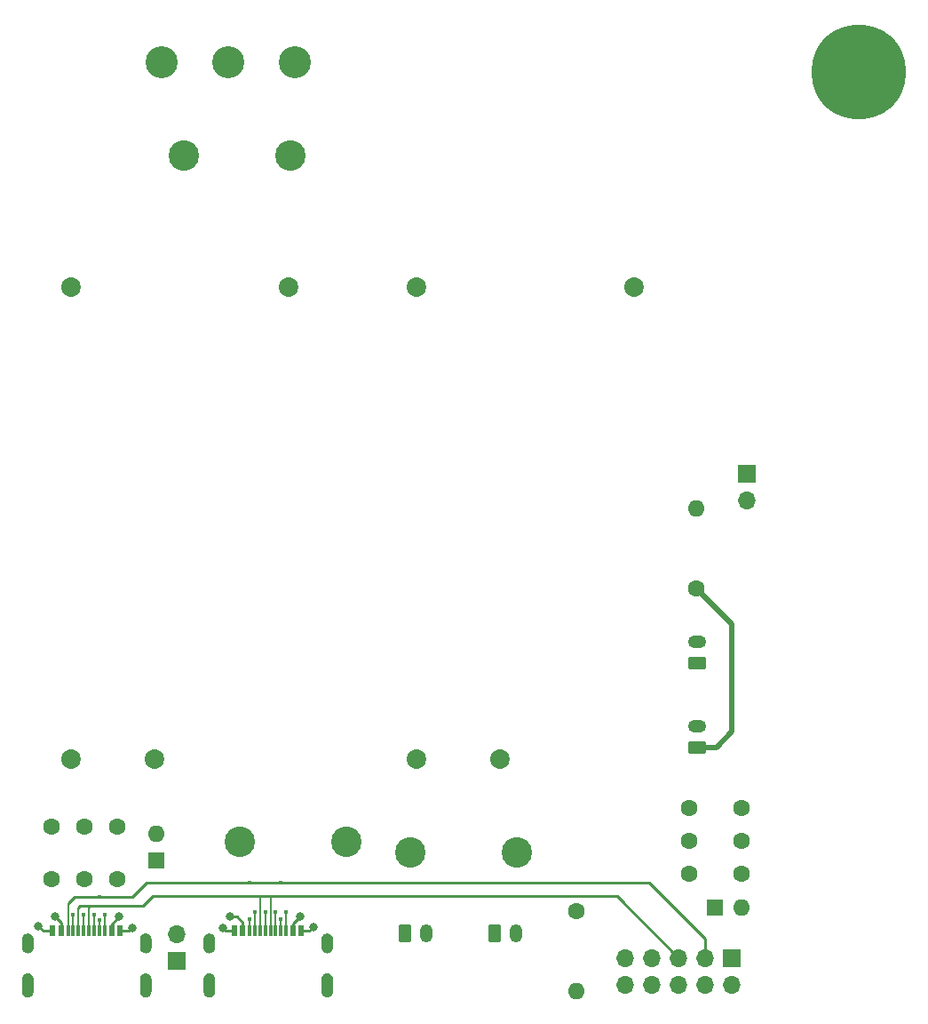
<source format=gbr>
%TF.GenerationSoftware,KiCad,Pcbnew,(6.0.4-0)*%
%TF.CreationDate,2023-02-13T16:26:13-08:00*%
%TF.ProjectId,v2a-power-board-4,7632612d-706f-4776-9572-2d626f617264,rev?*%
%TF.SameCoordinates,Original*%
%TF.FileFunction,Copper,L1,Top*%
%TF.FilePolarity,Positive*%
%FSLAX46Y46*%
G04 Gerber Fmt 4.6, Leading zero omitted, Abs format (unit mm)*
G04 Created by KiCad (PCBNEW (6.0.4-0)) date 2023-02-13 16:26:13*
%MOMM*%
%LPD*%
G01*
G04 APERTURE LIST*
G04 Aperture macros list*
%AMRoundRect*
0 Rectangle with rounded corners*
0 $1 Rounding radius*
0 $2 $3 $4 $5 $6 $7 $8 $9 X,Y pos of 4 corners*
0 Add a 4 corners polygon primitive as box body*
4,1,4,$2,$3,$4,$5,$6,$7,$8,$9,$2,$3,0*
0 Add four circle primitives for the rounded corners*
1,1,$1+$1,$2,$3*
1,1,$1+$1,$4,$5*
1,1,$1+$1,$6,$7*
1,1,$1+$1,$8,$9*
0 Add four rect primitives between the rounded corners*
20,1,$1+$1,$2,$3,$4,$5,0*
20,1,$1+$1,$4,$5,$6,$7,0*
20,1,$1+$1,$6,$7,$8,$9,0*
20,1,$1+$1,$8,$9,$2,$3,0*%
G04 Aperture macros list end*
%TA.AperFunction,EtchedComponent*%
%ADD10C,0.010000*%
%TD*%
%TA.AperFunction,ComponentPad*%
%ADD11RoundRect,0.250000X-0.350000X-0.625000X0.350000X-0.625000X0.350000X0.625000X-0.350000X0.625000X0*%
%TD*%
%TA.AperFunction,ComponentPad*%
%ADD12O,1.200000X1.750000*%
%TD*%
%TA.AperFunction,SMDPad,CuDef*%
%ADD13R,0.600000X1.100000*%
%TD*%
%TA.AperFunction,SMDPad,CuDef*%
%ADD14R,0.300000X1.100000*%
%TD*%
%TA.AperFunction,ComponentPad*%
%ADD15O,1.000000X2.000000*%
%TD*%
%TA.AperFunction,ComponentPad*%
%ADD16O,0.900000X1.800000*%
%TD*%
%TA.AperFunction,ComponentPad*%
%ADD17R,1.700000X1.700000*%
%TD*%
%TA.AperFunction,ComponentPad*%
%ADD18O,1.700000X1.700000*%
%TD*%
%TA.AperFunction,ComponentPad*%
%ADD19R,1.600000X1.600000*%
%TD*%
%TA.AperFunction,ComponentPad*%
%ADD20O,1.600000X1.600000*%
%TD*%
%TA.AperFunction,ComponentPad*%
%ADD21C,2.900000*%
%TD*%
%TA.AperFunction,ComponentPad*%
%ADD22C,1.860000*%
%TD*%
%TA.AperFunction,ComponentPad*%
%ADD23C,3.048000*%
%TD*%
%TA.AperFunction,ComponentPad*%
%ADD24RoundRect,0.250000X0.625000X-0.350000X0.625000X0.350000X-0.625000X0.350000X-0.625000X-0.350000X0*%
%TD*%
%TA.AperFunction,ComponentPad*%
%ADD25O,1.750000X1.200000*%
%TD*%
%TA.AperFunction,ComponentPad*%
%ADD26C,9.000000*%
%TD*%
%TA.AperFunction,ComponentPad*%
%ADD27C,1.600000*%
%TD*%
%TA.AperFunction,ViaPad*%
%ADD28C,0.800000*%
%TD*%
%TA.AperFunction,ViaPad*%
%ADD29C,0.400000*%
%TD*%
%TA.AperFunction,Conductor*%
%ADD30C,0.500000*%
%TD*%
%TA.AperFunction,Conductor*%
%ADD31C,0.250000*%
%TD*%
%TA.AperFunction,Conductor*%
%ADD32C,0.150000*%
%TD*%
%TA.AperFunction,Conductor*%
%ADD33C,0.200000*%
%TD*%
G04 APERTURE END LIST*
%TO.C,J1*%
G36*
X88397000Y-127695500D02*
G01*
X88449000Y-127703500D01*
X88500000Y-127716500D01*
X88548000Y-127735500D01*
X88595000Y-127759500D01*
X88639000Y-127787500D01*
X88680000Y-127820500D01*
X88717000Y-127857500D01*
X88750000Y-127898500D01*
X88778000Y-127942500D01*
X88802000Y-127989500D01*
X88821000Y-128037500D01*
X88834000Y-128088500D01*
X88842000Y-128140500D01*
X88845000Y-128192500D01*
X88845000Y-129392500D01*
X88842000Y-129444500D01*
X88834000Y-129496500D01*
X88821000Y-129547500D01*
X88802000Y-129595500D01*
X88778000Y-129642500D01*
X88750000Y-129686500D01*
X88717000Y-129727500D01*
X88680000Y-129764500D01*
X88639000Y-129797500D01*
X88595000Y-129825500D01*
X88548000Y-129849500D01*
X88500000Y-129868500D01*
X88449000Y-129881500D01*
X88397000Y-129889500D01*
X88345000Y-129892500D01*
X88293000Y-129889500D01*
X88241000Y-129881500D01*
X88190000Y-129868500D01*
X88142000Y-129849500D01*
X88095000Y-129825500D01*
X88051000Y-129797500D01*
X88010000Y-129764500D01*
X87973000Y-129727500D01*
X87940000Y-129686500D01*
X87912000Y-129642500D01*
X87888000Y-129595500D01*
X87869000Y-129547500D01*
X87856000Y-129496500D01*
X87848000Y-129444500D01*
X87845000Y-129392500D01*
X87845000Y-128192500D01*
X87848000Y-128140500D01*
X87856000Y-128088500D01*
X87869000Y-128037500D01*
X87888000Y-127989500D01*
X87912000Y-127942500D01*
X87940000Y-127898500D01*
X87973000Y-127857500D01*
X88010000Y-127820500D01*
X88051000Y-127787500D01*
X88095000Y-127759500D01*
X88142000Y-127735500D01*
X88190000Y-127716500D01*
X88241000Y-127703500D01*
X88293000Y-127695500D01*
X88345000Y-127692500D01*
X88397000Y-127695500D01*
G37*
D10*
X88397000Y-127695500D02*
X88449000Y-127703500D01*
X88500000Y-127716500D01*
X88548000Y-127735500D01*
X88595000Y-127759500D01*
X88639000Y-127787500D01*
X88680000Y-127820500D01*
X88717000Y-127857500D01*
X88750000Y-127898500D01*
X88778000Y-127942500D01*
X88802000Y-127989500D01*
X88821000Y-128037500D01*
X88834000Y-128088500D01*
X88842000Y-128140500D01*
X88845000Y-128192500D01*
X88845000Y-129392500D01*
X88842000Y-129444500D01*
X88834000Y-129496500D01*
X88821000Y-129547500D01*
X88802000Y-129595500D01*
X88778000Y-129642500D01*
X88750000Y-129686500D01*
X88717000Y-129727500D01*
X88680000Y-129764500D01*
X88639000Y-129797500D01*
X88595000Y-129825500D01*
X88548000Y-129849500D01*
X88500000Y-129868500D01*
X88449000Y-129881500D01*
X88397000Y-129889500D01*
X88345000Y-129892500D01*
X88293000Y-129889500D01*
X88241000Y-129881500D01*
X88190000Y-129868500D01*
X88142000Y-129849500D01*
X88095000Y-129825500D01*
X88051000Y-129797500D01*
X88010000Y-129764500D01*
X87973000Y-129727500D01*
X87940000Y-129686500D01*
X87912000Y-129642500D01*
X87888000Y-129595500D01*
X87869000Y-129547500D01*
X87856000Y-129496500D01*
X87848000Y-129444500D01*
X87845000Y-129392500D01*
X87845000Y-128192500D01*
X87848000Y-128140500D01*
X87856000Y-128088500D01*
X87869000Y-128037500D01*
X87888000Y-127989500D01*
X87912000Y-127942500D01*
X87940000Y-127898500D01*
X87973000Y-127857500D01*
X88010000Y-127820500D01*
X88051000Y-127787500D01*
X88095000Y-127759500D01*
X88142000Y-127735500D01*
X88190000Y-127716500D01*
X88241000Y-127703500D01*
X88293000Y-127695500D01*
X88345000Y-127692500D01*
X88397000Y-127695500D01*
G36*
X77157000Y-123895500D02*
G01*
X77209000Y-123903500D01*
X77260000Y-123916500D01*
X77308000Y-123935500D01*
X77355000Y-123959500D01*
X77399000Y-123987500D01*
X77440000Y-124020500D01*
X77477000Y-124057500D01*
X77510000Y-124098500D01*
X77538000Y-124142500D01*
X77562000Y-124189500D01*
X77581000Y-124237500D01*
X77594000Y-124288500D01*
X77602000Y-124340500D01*
X77605000Y-124392500D01*
X77605000Y-125192500D01*
X77602000Y-125244500D01*
X77594000Y-125296500D01*
X77581000Y-125347500D01*
X77562000Y-125395500D01*
X77538000Y-125442500D01*
X77510000Y-125486500D01*
X77477000Y-125527500D01*
X77440000Y-125564500D01*
X77399000Y-125597500D01*
X77355000Y-125625500D01*
X77308000Y-125649500D01*
X77260000Y-125668500D01*
X77209000Y-125681500D01*
X77157000Y-125689500D01*
X77105000Y-125692500D01*
X77053000Y-125689500D01*
X77001000Y-125681500D01*
X76950000Y-125668500D01*
X76902000Y-125649500D01*
X76855000Y-125625500D01*
X76811000Y-125597500D01*
X76770000Y-125564500D01*
X76733000Y-125527500D01*
X76700000Y-125486500D01*
X76672000Y-125442500D01*
X76648000Y-125395500D01*
X76629000Y-125347500D01*
X76616000Y-125296500D01*
X76608000Y-125244500D01*
X76605000Y-125192500D01*
X76605000Y-124392500D01*
X76608000Y-124340500D01*
X76616000Y-124288500D01*
X76629000Y-124237500D01*
X76648000Y-124189500D01*
X76672000Y-124142500D01*
X76700000Y-124098500D01*
X76733000Y-124057500D01*
X76770000Y-124020500D01*
X76811000Y-123987500D01*
X76855000Y-123959500D01*
X76902000Y-123935500D01*
X76950000Y-123916500D01*
X77001000Y-123903500D01*
X77053000Y-123895500D01*
X77105000Y-123892500D01*
X77157000Y-123895500D01*
G37*
X77157000Y-123895500D02*
X77209000Y-123903500D01*
X77260000Y-123916500D01*
X77308000Y-123935500D01*
X77355000Y-123959500D01*
X77399000Y-123987500D01*
X77440000Y-124020500D01*
X77477000Y-124057500D01*
X77510000Y-124098500D01*
X77538000Y-124142500D01*
X77562000Y-124189500D01*
X77581000Y-124237500D01*
X77594000Y-124288500D01*
X77602000Y-124340500D01*
X77605000Y-124392500D01*
X77605000Y-125192500D01*
X77602000Y-125244500D01*
X77594000Y-125296500D01*
X77581000Y-125347500D01*
X77562000Y-125395500D01*
X77538000Y-125442500D01*
X77510000Y-125486500D01*
X77477000Y-125527500D01*
X77440000Y-125564500D01*
X77399000Y-125597500D01*
X77355000Y-125625500D01*
X77308000Y-125649500D01*
X77260000Y-125668500D01*
X77209000Y-125681500D01*
X77157000Y-125689500D01*
X77105000Y-125692500D01*
X77053000Y-125689500D01*
X77001000Y-125681500D01*
X76950000Y-125668500D01*
X76902000Y-125649500D01*
X76855000Y-125625500D01*
X76811000Y-125597500D01*
X76770000Y-125564500D01*
X76733000Y-125527500D01*
X76700000Y-125486500D01*
X76672000Y-125442500D01*
X76648000Y-125395500D01*
X76629000Y-125347500D01*
X76616000Y-125296500D01*
X76608000Y-125244500D01*
X76605000Y-125192500D01*
X76605000Y-124392500D01*
X76608000Y-124340500D01*
X76616000Y-124288500D01*
X76629000Y-124237500D01*
X76648000Y-124189500D01*
X76672000Y-124142500D01*
X76700000Y-124098500D01*
X76733000Y-124057500D01*
X76770000Y-124020500D01*
X76811000Y-123987500D01*
X76855000Y-123959500D01*
X76902000Y-123935500D01*
X76950000Y-123916500D01*
X77001000Y-123903500D01*
X77053000Y-123895500D01*
X77105000Y-123892500D01*
X77157000Y-123895500D01*
G36*
X77157000Y-127695500D02*
G01*
X77209000Y-127703500D01*
X77260000Y-127716500D01*
X77308000Y-127735500D01*
X77355000Y-127759500D01*
X77399000Y-127787500D01*
X77440000Y-127820500D01*
X77477000Y-127857500D01*
X77510000Y-127898500D01*
X77538000Y-127942500D01*
X77562000Y-127989500D01*
X77581000Y-128037500D01*
X77594000Y-128088500D01*
X77602000Y-128140500D01*
X77605000Y-128192500D01*
X77605000Y-129392500D01*
X77602000Y-129444500D01*
X77594000Y-129496500D01*
X77581000Y-129547500D01*
X77562000Y-129595500D01*
X77538000Y-129642500D01*
X77510000Y-129686500D01*
X77477000Y-129727500D01*
X77440000Y-129764500D01*
X77399000Y-129797500D01*
X77355000Y-129825500D01*
X77308000Y-129849500D01*
X77260000Y-129868500D01*
X77209000Y-129881500D01*
X77157000Y-129889500D01*
X77105000Y-129892500D01*
X77053000Y-129889500D01*
X77001000Y-129881500D01*
X76950000Y-129868500D01*
X76902000Y-129849500D01*
X76855000Y-129825500D01*
X76811000Y-129797500D01*
X76770000Y-129764500D01*
X76733000Y-129727500D01*
X76700000Y-129686500D01*
X76672000Y-129642500D01*
X76648000Y-129595500D01*
X76629000Y-129547500D01*
X76616000Y-129496500D01*
X76608000Y-129444500D01*
X76605000Y-129392500D01*
X76605000Y-128192500D01*
X76608000Y-128140500D01*
X76616000Y-128088500D01*
X76629000Y-128037500D01*
X76648000Y-127989500D01*
X76672000Y-127942500D01*
X76700000Y-127898500D01*
X76733000Y-127857500D01*
X76770000Y-127820500D01*
X76811000Y-127787500D01*
X76855000Y-127759500D01*
X76902000Y-127735500D01*
X76950000Y-127716500D01*
X77001000Y-127703500D01*
X77053000Y-127695500D01*
X77105000Y-127692500D01*
X77157000Y-127695500D01*
G37*
X77157000Y-127695500D02*
X77209000Y-127703500D01*
X77260000Y-127716500D01*
X77308000Y-127735500D01*
X77355000Y-127759500D01*
X77399000Y-127787500D01*
X77440000Y-127820500D01*
X77477000Y-127857500D01*
X77510000Y-127898500D01*
X77538000Y-127942500D01*
X77562000Y-127989500D01*
X77581000Y-128037500D01*
X77594000Y-128088500D01*
X77602000Y-128140500D01*
X77605000Y-128192500D01*
X77605000Y-129392500D01*
X77602000Y-129444500D01*
X77594000Y-129496500D01*
X77581000Y-129547500D01*
X77562000Y-129595500D01*
X77538000Y-129642500D01*
X77510000Y-129686500D01*
X77477000Y-129727500D01*
X77440000Y-129764500D01*
X77399000Y-129797500D01*
X77355000Y-129825500D01*
X77308000Y-129849500D01*
X77260000Y-129868500D01*
X77209000Y-129881500D01*
X77157000Y-129889500D01*
X77105000Y-129892500D01*
X77053000Y-129889500D01*
X77001000Y-129881500D01*
X76950000Y-129868500D01*
X76902000Y-129849500D01*
X76855000Y-129825500D01*
X76811000Y-129797500D01*
X76770000Y-129764500D01*
X76733000Y-129727500D01*
X76700000Y-129686500D01*
X76672000Y-129642500D01*
X76648000Y-129595500D01*
X76629000Y-129547500D01*
X76616000Y-129496500D01*
X76608000Y-129444500D01*
X76605000Y-129392500D01*
X76605000Y-128192500D01*
X76608000Y-128140500D01*
X76616000Y-128088500D01*
X76629000Y-128037500D01*
X76648000Y-127989500D01*
X76672000Y-127942500D01*
X76700000Y-127898500D01*
X76733000Y-127857500D01*
X76770000Y-127820500D01*
X76811000Y-127787500D01*
X76855000Y-127759500D01*
X76902000Y-127735500D01*
X76950000Y-127716500D01*
X77001000Y-127703500D01*
X77053000Y-127695500D01*
X77105000Y-127692500D01*
X77157000Y-127695500D01*
G36*
X88397000Y-123895500D02*
G01*
X88449000Y-123903500D01*
X88500000Y-123916500D01*
X88548000Y-123935500D01*
X88595000Y-123959500D01*
X88639000Y-123987500D01*
X88680000Y-124020500D01*
X88717000Y-124057500D01*
X88750000Y-124098500D01*
X88778000Y-124142500D01*
X88802000Y-124189500D01*
X88821000Y-124237500D01*
X88834000Y-124288500D01*
X88842000Y-124340500D01*
X88845000Y-124392500D01*
X88845000Y-125192500D01*
X88842000Y-125244500D01*
X88834000Y-125296500D01*
X88821000Y-125347500D01*
X88802000Y-125395500D01*
X88778000Y-125442500D01*
X88750000Y-125486500D01*
X88717000Y-125527500D01*
X88680000Y-125564500D01*
X88639000Y-125597500D01*
X88595000Y-125625500D01*
X88548000Y-125649500D01*
X88500000Y-125668500D01*
X88449000Y-125681500D01*
X88397000Y-125689500D01*
X88345000Y-125692500D01*
X88293000Y-125689500D01*
X88241000Y-125681500D01*
X88190000Y-125668500D01*
X88142000Y-125649500D01*
X88095000Y-125625500D01*
X88051000Y-125597500D01*
X88010000Y-125564500D01*
X87973000Y-125527500D01*
X87940000Y-125486500D01*
X87912000Y-125442500D01*
X87888000Y-125395500D01*
X87869000Y-125347500D01*
X87856000Y-125296500D01*
X87848000Y-125244500D01*
X87845000Y-125192500D01*
X87845000Y-124392500D01*
X87848000Y-124340500D01*
X87856000Y-124288500D01*
X87869000Y-124237500D01*
X87888000Y-124189500D01*
X87912000Y-124142500D01*
X87940000Y-124098500D01*
X87973000Y-124057500D01*
X88010000Y-124020500D01*
X88051000Y-123987500D01*
X88095000Y-123959500D01*
X88142000Y-123935500D01*
X88190000Y-123916500D01*
X88241000Y-123903500D01*
X88293000Y-123895500D01*
X88345000Y-123892500D01*
X88397000Y-123895500D01*
G37*
X88397000Y-123895500D02*
X88449000Y-123903500D01*
X88500000Y-123916500D01*
X88548000Y-123935500D01*
X88595000Y-123959500D01*
X88639000Y-123987500D01*
X88680000Y-124020500D01*
X88717000Y-124057500D01*
X88750000Y-124098500D01*
X88778000Y-124142500D01*
X88802000Y-124189500D01*
X88821000Y-124237500D01*
X88834000Y-124288500D01*
X88842000Y-124340500D01*
X88845000Y-124392500D01*
X88845000Y-125192500D01*
X88842000Y-125244500D01*
X88834000Y-125296500D01*
X88821000Y-125347500D01*
X88802000Y-125395500D01*
X88778000Y-125442500D01*
X88750000Y-125486500D01*
X88717000Y-125527500D01*
X88680000Y-125564500D01*
X88639000Y-125597500D01*
X88595000Y-125625500D01*
X88548000Y-125649500D01*
X88500000Y-125668500D01*
X88449000Y-125681500D01*
X88397000Y-125689500D01*
X88345000Y-125692500D01*
X88293000Y-125689500D01*
X88241000Y-125681500D01*
X88190000Y-125668500D01*
X88142000Y-125649500D01*
X88095000Y-125625500D01*
X88051000Y-125597500D01*
X88010000Y-125564500D01*
X87973000Y-125527500D01*
X87940000Y-125486500D01*
X87912000Y-125442500D01*
X87888000Y-125395500D01*
X87869000Y-125347500D01*
X87856000Y-125296500D01*
X87848000Y-125244500D01*
X87845000Y-125192500D01*
X87845000Y-124392500D01*
X87848000Y-124340500D01*
X87856000Y-124288500D01*
X87869000Y-124237500D01*
X87888000Y-124189500D01*
X87912000Y-124142500D01*
X87940000Y-124098500D01*
X87973000Y-124057500D01*
X88010000Y-124020500D01*
X88051000Y-123987500D01*
X88095000Y-123959500D01*
X88142000Y-123935500D01*
X88190000Y-123916500D01*
X88241000Y-123903500D01*
X88293000Y-123895500D01*
X88345000Y-123892500D01*
X88397000Y-123895500D01*
%TO.C,J2*%
G36*
X105697000Y-123895500D02*
G01*
X105749000Y-123903500D01*
X105800000Y-123916500D01*
X105848000Y-123935500D01*
X105895000Y-123959500D01*
X105939000Y-123987500D01*
X105980000Y-124020500D01*
X106017000Y-124057500D01*
X106050000Y-124098500D01*
X106078000Y-124142500D01*
X106102000Y-124189500D01*
X106121000Y-124237500D01*
X106134000Y-124288500D01*
X106142000Y-124340500D01*
X106145000Y-124392500D01*
X106145000Y-125192500D01*
X106142000Y-125244500D01*
X106134000Y-125296500D01*
X106121000Y-125347500D01*
X106102000Y-125395500D01*
X106078000Y-125442500D01*
X106050000Y-125486500D01*
X106017000Y-125527500D01*
X105980000Y-125564500D01*
X105939000Y-125597500D01*
X105895000Y-125625500D01*
X105848000Y-125649500D01*
X105800000Y-125668500D01*
X105749000Y-125681500D01*
X105697000Y-125689500D01*
X105645000Y-125692500D01*
X105593000Y-125689500D01*
X105541000Y-125681500D01*
X105490000Y-125668500D01*
X105442000Y-125649500D01*
X105395000Y-125625500D01*
X105351000Y-125597500D01*
X105310000Y-125564500D01*
X105273000Y-125527500D01*
X105240000Y-125486500D01*
X105212000Y-125442500D01*
X105188000Y-125395500D01*
X105169000Y-125347500D01*
X105156000Y-125296500D01*
X105148000Y-125244500D01*
X105145000Y-125192500D01*
X105145000Y-124392500D01*
X105148000Y-124340500D01*
X105156000Y-124288500D01*
X105169000Y-124237500D01*
X105188000Y-124189500D01*
X105212000Y-124142500D01*
X105240000Y-124098500D01*
X105273000Y-124057500D01*
X105310000Y-124020500D01*
X105351000Y-123987500D01*
X105395000Y-123959500D01*
X105442000Y-123935500D01*
X105490000Y-123916500D01*
X105541000Y-123903500D01*
X105593000Y-123895500D01*
X105645000Y-123892500D01*
X105697000Y-123895500D01*
G37*
X105697000Y-123895500D02*
X105749000Y-123903500D01*
X105800000Y-123916500D01*
X105848000Y-123935500D01*
X105895000Y-123959500D01*
X105939000Y-123987500D01*
X105980000Y-124020500D01*
X106017000Y-124057500D01*
X106050000Y-124098500D01*
X106078000Y-124142500D01*
X106102000Y-124189500D01*
X106121000Y-124237500D01*
X106134000Y-124288500D01*
X106142000Y-124340500D01*
X106145000Y-124392500D01*
X106145000Y-125192500D01*
X106142000Y-125244500D01*
X106134000Y-125296500D01*
X106121000Y-125347500D01*
X106102000Y-125395500D01*
X106078000Y-125442500D01*
X106050000Y-125486500D01*
X106017000Y-125527500D01*
X105980000Y-125564500D01*
X105939000Y-125597500D01*
X105895000Y-125625500D01*
X105848000Y-125649500D01*
X105800000Y-125668500D01*
X105749000Y-125681500D01*
X105697000Y-125689500D01*
X105645000Y-125692500D01*
X105593000Y-125689500D01*
X105541000Y-125681500D01*
X105490000Y-125668500D01*
X105442000Y-125649500D01*
X105395000Y-125625500D01*
X105351000Y-125597500D01*
X105310000Y-125564500D01*
X105273000Y-125527500D01*
X105240000Y-125486500D01*
X105212000Y-125442500D01*
X105188000Y-125395500D01*
X105169000Y-125347500D01*
X105156000Y-125296500D01*
X105148000Y-125244500D01*
X105145000Y-125192500D01*
X105145000Y-124392500D01*
X105148000Y-124340500D01*
X105156000Y-124288500D01*
X105169000Y-124237500D01*
X105188000Y-124189500D01*
X105212000Y-124142500D01*
X105240000Y-124098500D01*
X105273000Y-124057500D01*
X105310000Y-124020500D01*
X105351000Y-123987500D01*
X105395000Y-123959500D01*
X105442000Y-123935500D01*
X105490000Y-123916500D01*
X105541000Y-123903500D01*
X105593000Y-123895500D01*
X105645000Y-123892500D01*
X105697000Y-123895500D01*
G36*
X94457000Y-123895500D02*
G01*
X94509000Y-123903500D01*
X94560000Y-123916500D01*
X94608000Y-123935500D01*
X94655000Y-123959500D01*
X94699000Y-123987500D01*
X94740000Y-124020500D01*
X94777000Y-124057500D01*
X94810000Y-124098500D01*
X94838000Y-124142500D01*
X94862000Y-124189500D01*
X94881000Y-124237500D01*
X94894000Y-124288500D01*
X94902000Y-124340500D01*
X94905000Y-124392500D01*
X94905000Y-125192500D01*
X94902000Y-125244500D01*
X94894000Y-125296500D01*
X94881000Y-125347500D01*
X94862000Y-125395500D01*
X94838000Y-125442500D01*
X94810000Y-125486500D01*
X94777000Y-125527500D01*
X94740000Y-125564500D01*
X94699000Y-125597500D01*
X94655000Y-125625500D01*
X94608000Y-125649500D01*
X94560000Y-125668500D01*
X94509000Y-125681500D01*
X94457000Y-125689500D01*
X94405000Y-125692500D01*
X94353000Y-125689500D01*
X94301000Y-125681500D01*
X94250000Y-125668500D01*
X94202000Y-125649500D01*
X94155000Y-125625500D01*
X94111000Y-125597500D01*
X94070000Y-125564500D01*
X94033000Y-125527500D01*
X94000000Y-125486500D01*
X93972000Y-125442500D01*
X93948000Y-125395500D01*
X93929000Y-125347500D01*
X93916000Y-125296500D01*
X93908000Y-125244500D01*
X93905000Y-125192500D01*
X93905000Y-124392500D01*
X93908000Y-124340500D01*
X93916000Y-124288500D01*
X93929000Y-124237500D01*
X93948000Y-124189500D01*
X93972000Y-124142500D01*
X94000000Y-124098500D01*
X94033000Y-124057500D01*
X94070000Y-124020500D01*
X94111000Y-123987500D01*
X94155000Y-123959500D01*
X94202000Y-123935500D01*
X94250000Y-123916500D01*
X94301000Y-123903500D01*
X94353000Y-123895500D01*
X94405000Y-123892500D01*
X94457000Y-123895500D01*
G37*
X94457000Y-123895500D02*
X94509000Y-123903500D01*
X94560000Y-123916500D01*
X94608000Y-123935500D01*
X94655000Y-123959500D01*
X94699000Y-123987500D01*
X94740000Y-124020500D01*
X94777000Y-124057500D01*
X94810000Y-124098500D01*
X94838000Y-124142500D01*
X94862000Y-124189500D01*
X94881000Y-124237500D01*
X94894000Y-124288500D01*
X94902000Y-124340500D01*
X94905000Y-124392500D01*
X94905000Y-125192500D01*
X94902000Y-125244500D01*
X94894000Y-125296500D01*
X94881000Y-125347500D01*
X94862000Y-125395500D01*
X94838000Y-125442500D01*
X94810000Y-125486500D01*
X94777000Y-125527500D01*
X94740000Y-125564500D01*
X94699000Y-125597500D01*
X94655000Y-125625500D01*
X94608000Y-125649500D01*
X94560000Y-125668500D01*
X94509000Y-125681500D01*
X94457000Y-125689500D01*
X94405000Y-125692500D01*
X94353000Y-125689500D01*
X94301000Y-125681500D01*
X94250000Y-125668500D01*
X94202000Y-125649500D01*
X94155000Y-125625500D01*
X94111000Y-125597500D01*
X94070000Y-125564500D01*
X94033000Y-125527500D01*
X94000000Y-125486500D01*
X93972000Y-125442500D01*
X93948000Y-125395500D01*
X93929000Y-125347500D01*
X93916000Y-125296500D01*
X93908000Y-125244500D01*
X93905000Y-125192500D01*
X93905000Y-124392500D01*
X93908000Y-124340500D01*
X93916000Y-124288500D01*
X93929000Y-124237500D01*
X93948000Y-124189500D01*
X93972000Y-124142500D01*
X94000000Y-124098500D01*
X94033000Y-124057500D01*
X94070000Y-124020500D01*
X94111000Y-123987500D01*
X94155000Y-123959500D01*
X94202000Y-123935500D01*
X94250000Y-123916500D01*
X94301000Y-123903500D01*
X94353000Y-123895500D01*
X94405000Y-123892500D01*
X94457000Y-123895500D01*
G36*
X105697000Y-127695500D02*
G01*
X105749000Y-127703500D01*
X105800000Y-127716500D01*
X105848000Y-127735500D01*
X105895000Y-127759500D01*
X105939000Y-127787500D01*
X105980000Y-127820500D01*
X106017000Y-127857500D01*
X106050000Y-127898500D01*
X106078000Y-127942500D01*
X106102000Y-127989500D01*
X106121000Y-128037500D01*
X106134000Y-128088500D01*
X106142000Y-128140500D01*
X106145000Y-128192500D01*
X106145000Y-129392500D01*
X106142000Y-129444500D01*
X106134000Y-129496500D01*
X106121000Y-129547500D01*
X106102000Y-129595500D01*
X106078000Y-129642500D01*
X106050000Y-129686500D01*
X106017000Y-129727500D01*
X105980000Y-129764500D01*
X105939000Y-129797500D01*
X105895000Y-129825500D01*
X105848000Y-129849500D01*
X105800000Y-129868500D01*
X105749000Y-129881500D01*
X105697000Y-129889500D01*
X105645000Y-129892500D01*
X105593000Y-129889500D01*
X105541000Y-129881500D01*
X105490000Y-129868500D01*
X105442000Y-129849500D01*
X105395000Y-129825500D01*
X105351000Y-129797500D01*
X105310000Y-129764500D01*
X105273000Y-129727500D01*
X105240000Y-129686500D01*
X105212000Y-129642500D01*
X105188000Y-129595500D01*
X105169000Y-129547500D01*
X105156000Y-129496500D01*
X105148000Y-129444500D01*
X105145000Y-129392500D01*
X105145000Y-128192500D01*
X105148000Y-128140500D01*
X105156000Y-128088500D01*
X105169000Y-128037500D01*
X105188000Y-127989500D01*
X105212000Y-127942500D01*
X105240000Y-127898500D01*
X105273000Y-127857500D01*
X105310000Y-127820500D01*
X105351000Y-127787500D01*
X105395000Y-127759500D01*
X105442000Y-127735500D01*
X105490000Y-127716500D01*
X105541000Y-127703500D01*
X105593000Y-127695500D01*
X105645000Y-127692500D01*
X105697000Y-127695500D01*
G37*
X105697000Y-127695500D02*
X105749000Y-127703500D01*
X105800000Y-127716500D01*
X105848000Y-127735500D01*
X105895000Y-127759500D01*
X105939000Y-127787500D01*
X105980000Y-127820500D01*
X106017000Y-127857500D01*
X106050000Y-127898500D01*
X106078000Y-127942500D01*
X106102000Y-127989500D01*
X106121000Y-128037500D01*
X106134000Y-128088500D01*
X106142000Y-128140500D01*
X106145000Y-128192500D01*
X106145000Y-129392500D01*
X106142000Y-129444500D01*
X106134000Y-129496500D01*
X106121000Y-129547500D01*
X106102000Y-129595500D01*
X106078000Y-129642500D01*
X106050000Y-129686500D01*
X106017000Y-129727500D01*
X105980000Y-129764500D01*
X105939000Y-129797500D01*
X105895000Y-129825500D01*
X105848000Y-129849500D01*
X105800000Y-129868500D01*
X105749000Y-129881500D01*
X105697000Y-129889500D01*
X105645000Y-129892500D01*
X105593000Y-129889500D01*
X105541000Y-129881500D01*
X105490000Y-129868500D01*
X105442000Y-129849500D01*
X105395000Y-129825500D01*
X105351000Y-129797500D01*
X105310000Y-129764500D01*
X105273000Y-129727500D01*
X105240000Y-129686500D01*
X105212000Y-129642500D01*
X105188000Y-129595500D01*
X105169000Y-129547500D01*
X105156000Y-129496500D01*
X105148000Y-129444500D01*
X105145000Y-129392500D01*
X105145000Y-128192500D01*
X105148000Y-128140500D01*
X105156000Y-128088500D01*
X105169000Y-128037500D01*
X105188000Y-127989500D01*
X105212000Y-127942500D01*
X105240000Y-127898500D01*
X105273000Y-127857500D01*
X105310000Y-127820500D01*
X105351000Y-127787500D01*
X105395000Y-127759500D01*
X105442000Y-127735500D01*
X105490000Y-127716500D01*
X105541000Y-127703500D01*
X105593000Y-127695500D01*
X105645000Y-127692500D01*
X105697000Y-127695500D01*
G36*
X94457000Y-127695500D02*
G01*
X94509000Y-127703500D01*
X94560000Y-127716500D01*
X94608000Y-127735500D01*
X94655000Y-127759500D01*
X94699000Y-127787500D01*
X94740000Y-127820500D01*
X94777000Y-127857500D01*
X94810000Y-127898500D01*
X94838000Y-127942500D01*
X94862000Y-127989500D01*
X94881000Y-128037500D01*
X94894000Y-128088500D01*
X94902000Y-128140500D01*
X94905000Y-128192500D01*
X94905000Y-129392500D01*
X94902000Y-129444500D01*
X94894000Y-129496500D01*
X94881000Y-129547500D01*
X94862000Y-129595500D01*
X94838000Y-129642500D01*
X94810000Y-129686500D01*
X94777000Y-129727500D01*
X94740000Y-129764500D01*
X94699000Y-129797500D01*
X94655000Y-129825500D01*
X94608000Y-129849500D01*
X94560000Y-129868500D01*
X94509000Y-129881500D01*
X94457000Y-129889500D01*
X94405000Y-129892500D01*
X94353000Y-129889500D01*
X94301000Y-129881500D01*
X94250000Y-129868500D01*
X94202000Y-129849500D01*
X94155000Y-129825500D01*
X94111000Y-129797500D01*
X94070000Y-129764500D01*
X94033000Y-129727500D01*
X94000000Y-129686500D01*
X93972000Y-129642500D01*
X93948000Y-129595500D01*
X93929000Y-129547500D01*
X93916000Y-129496500D01*
X93908000Y-129444500D01*
X93905000Y-129392500D01*
X93905000Y-128192500D01*
X93908000Y-128140500D01*
X93916000Y-128088500D01*
X93929000Y-128037500D01*
X93948000Y-127989500D01*
X93972000Y-127942500D01*
X94000000Y-127898500D01*
X94033000Y-127857500D01*
X94070000Y-127820500D01*
X94111000Y-127787500D01*
X94155000Y-127759500D01*
X94202000Y-127735500D01*
X94250000Y-127716500D01*
X94301000Y-127703500D01*
X94353000Y-127695500D01*
X94405000Y-127692500D01*
X94457000Y-127695500D01*
G37*
X94457000Y-127695500D02*
X94509000Y-127703500D01*
X94560000Y-127716500D01*
X94608000Y-127735500D01*
X94655000Y-127759500D01*
X94699000Y-127787500D01*
X94740000Y-127820500D01*
X94777000Y-127857500D01*
X94810000Y-127898500D01*
X94838000Y-127942500D01*
X94862000Y-127989500D01*
X94881000Y-128037500D01*
X94894000Y-128088500D01*
X94902000Y-128140500D01*
X94905000Y-128192500D01*
X94905000Y-129392500D01*
X94902000Y-129444500D01*
X94894000Y-129496500D01*
X94881000Y-129547500D01*
X94862000Y-129595500D01*
X94838000Y-129642500D01*
X94810000Y-129686500D01*
X94777000Y-129727500D01*
X94740000Y-129764500D01*
X94699000Y-129797500D01*
X94655000Y-129825500D01*
X94608000Y-129849500D01*
X94560000Y-129868500D01*
X94509000Y-129881500D01*
X94457000Y-129889500D01*
X94405000Y-129892500D01*
X94353000Y-129889500D01*
X94301000Y-129881500D01*
X94250000Y-129868500D01*
X94202000Y-129849500D01*
X94155000Y-129825500D01*
X94111000Y-129797500D01*
X94070000Y-129764500D01*
X94033000Y-129727500D01*
X94000000Y-129686500D01*
X93972000Y-129642500D01*
X93948000Y-129595500D01*
X93929000Y-129547500D01*
X93916000Y-129496500D01*
X93908000Y-129444500D01*
X93905000Y-129392500D01*
X93905000Y-128192500D01*
X93908000Y-128140500D01*
X93916000Y-128088500D01*
X93929000Y-128037500D01*
X93948000Y-127989500D01*
X93972000Y-127942500D01*
X94000000Y-127898500D01*
X94033000Y-127857500D01*
X94070000Y-127820500D01*
X94111000Y-127787500D01*
X94155000Y-127759500D01*
X94202000Y-127735500D01*
X94250000Y-127716500D01*
X94301000Y-127703500D01*
X94353000Y-127695500D01*
X94405000Y-127692500D01*
X94457000Y-127695500D01*
%TD*%
D11*
%TO.P,D2,1,K*%
%TO.N,Net-(D2-Pad1)*%
X121650000Y-123850000D03*
D12*
%TO.P,D2,2,A*%
%TO.N,Teensy_Power*%
X123650000Y-123850000D03*
%TD*%
D13*
%TO.P,J1,A1_B12,GND*%
%TO.N,RPi_Gnd*%
X79525000Y-123642500D03*
%TO.P,J1,A4_B9,VBUS*%
%TO.N,Teensy_Power*%
X80325000Y-123642500D03*
D14*
%TO.P,J1,A5,CC1*%
%TO.N,RPi_Gnd*%
X81475000Y-123642500D03*
%TO.P,J1,A6,DP1*%
X82475000Y-123642500D03*
%TO.P,J1,A7,DN1*%
%TO.N,/rpi_scl*%
X82975000Y-123642500D03*
%TO.P,J1,A8,SBU1*%
%TO.N,/rpi_sda*%
X83975000Y-123642500D03*
D13*
%TO.P,J1,B1_A12,GND*%
%TO.N,RPi_Gnd*%
X85925000Y-123642500D03*
%TO.P,J1,B4_A9,VBUS*%
%TO.N,Teensy_Power*%
X85125000Y-123642500D03*
D14*
%TO.P,J1,B5,CC2*%
%TO.N,RPi_Gnd*%
X84475000Y-123642500D03*
%TO.P,J1,B6,DP2*%
X83475000Y-123642500D03*
%TO.P,J1,B7,DN2*%
%TO.N,/rpi_scl*%
X81975000Y-123642500D03*
%TO.P,J1,B8,SBU2*%
%TO.N,/rpi_sda*%
X80975000Y-123642500D03*
D15*
%TO.P,J1,S1,SHIELD*%
%TO.N,usb_shield*%
X77105000Y-128792500D03*
%TO.P,J1,S2,SHIELD*%
X88345000Y-128792500D03*
D16*
%TO.P,J1,S3,SHIELD*%
X77105000Y-124792500D03*
%TO.P,J1,S4,SHIELD*%
X88345000Y-124792500D03*
%TD*%
D17*
%TO.P,JP2,1,1*%
%TO.N,usb_shield*%
X91375000Y-126475000D03*
D18*
%TO.P,JP2,2,2*%
%TO.N,RPi_Gnd*%
X91375000Y-123935000D03*
%TD*%
D13*
%TO.P,J2,A1_B12,GND*%
%TO.N,RPi_Gnd*%
X96825000Y-123642500D03*
%TO.P,J2,A4_B9,VBUS*%
%TO.N,Teensy_Power*%
X97625000Y-123642500D03*
D14*
%TO.P,J2,A5,CC1*%
%TO.N,RPi_Gnd*%
X98775000Y-123642500D03*
%TO.P,J2,A6,DP1*%
X99775000Y-123642500D03*
%TO.P,J2,A7,DN1*%
%TO.N,/rpi_scl*%
X100275000Y-123642500D03*
%TO.P,J2,A8,SBU1*%
%TO.N,/rpi_sda*%
X101275000Y-123642500D03*
D13*
%TO.P,J2,B1_A12,GND*%
%TO.N,RPi_Gnd*%
X103225000Y-123642500D03*
%TO.P,J2,B4_A9,VBUS*%
%TO.N,Teensy_Power*%
X102425000Y-123642500D03*
D14*
%TO.P,J2,B5,CC2*%
%TO.N,RPi_Gnd*%
X101775000Y-123642500D03*
%TO.P,J2,B6,DP2*%
X100775000Y-123642500D03*
%TO.P,J2,B7,DN2*%
%TO.N,/rpi_scl*%
X99275000Y-123642500D03*
%TO.P,J2,B8,SBU2*%
%TO.N,/rpi_sda*%
X98275000Y-123642500D03*
D15*
%TO.P,J2,S1,SHIELD*%
%TO.N,usb_shield*%
X94405000Y-128792500D03*
%TO.P,J2,S2,SHIELD*%
X105645000Y-128792500D03*
D16*
%TO.P,J2,S3,SHIELD*%
X94405000Y-124792500D03*
%TO.P,J2,S4,SHIELD*%
X105645000Y-124792500D03*
%TD*%
D17*
%TO.P,JP1,1,1*%
%TO.N,ac_chassis*%
X145675000Y-80125000D03*
D18*
%TO.P,JP1,2,2*%
%TO.N,RPi_Gnd*%
X145675000Y-82665000D03*
%TD*%
D19*
%TO.P,D3,1,K*%
%TO.N,Teensy_Power*%
X89375000Y-116906815D03*
D20*
%TO.P,D3,2,A*%
%TO.N,RPi_Gnd*%
X89375000Y-114366815D03*
%TD*%
D21*
%TO.P,F2,1*%
%TO.N,Net-(F2-Pad1)*%
X113620000Y-116167500D03*
%TO.P,F2,2*%
%TO.N,Net-(F2-Pad2)*%
X123780000Y-116167500D03*
%TD*%
D22*
%TO.P,PS2,1,AC/L*%
%TO.N,ac_pos*%
X134975000Y-62300000D03*
%TO.P,PS2,2,AC/N*%
%TO.N,ac_neg*%
X114175000Y-62300000D03*
%TO.P,PS2,3,-Vo*%
%TO.N,RPi_Gnd*%
X114175000Y-107300000D03*
%TO.P,PS2,4,+Vo*%
%TO.N,Net-(F2-Pad1)*%
X122175000Y-107300000D03*
%TD*%
D11*
%TO.P,SW1,1,A*%
%TO.N,Teensy_Power*%
X113125000Y-123850000D03*
D12*
%TO.P,SW1,2,B*%
%TO.N,Net-(F1-Pad2)*%
X115125000Y-123850000D03*
%TD*%
D23*
%TO.P,PJ1,1,Pin_1*%
%TO.N,ac_neg*%
X89925000Y-40925000D03*
%TO.P,PJ1,2,Pin_2*%
%TO.N,Net-(F3-Pad1)*%
X96275000Y-40925000D03*
%TO.P,PJ1,3,Pin_3*%
%TO.N,ac_chassis*%
X102625000Y-40925000D03*
%TD*%
D24*
%TO.P,SW2,1,A*%
%TO.N,RPi_Power*%
X140950000Y-98125000D03*
D25*
%TO.P,SW2,2,B*%
%TO.N,Net-(F2-Pad2)*%
X140950000Y-96125000D03*
%TD*%
D17*
%TO.P,J3,1,Pin_1*%
%TO.N,unconnected-(J3-Pad1)*%
X144300000Y-126250000D03*
D18*
%TO.P,J3,2,Pin_2*%
%TO.N,RPi_Power*%
X144300000Y-128790000D03*
%TO.P,J3,3,Pin_3*%
%TO.N,/rpi_sda*%
X141760000Y-126250000D03*
%TO.P,J3,4,Pin_4*%
%TO.N,RPi_Power*%
X141760000Y-128790000D03*
%TO.P,J3,5,Pin_5*%
%TO.N,/rpi_scl*%
X139220000Y-126250000D03*
%TO.P,J3,6,Pin_6*%
%TO.N,RPi_Gnd*%
X139220000Y-128790000D03*
%TO.P,J3,7,Pin_7*%
%TO.N,unconnected-(J3-Pad7)*%
X136680000Y-126250000D03*
%TO.P,J3,8,Pin_8*%
%TO.N,unconnected-(J3-Pad8)*%
X136680000Y-128790000D03*
%TO.P,J3,9,Pin_9*%
%TO.N,RPi_Gnd*%
X134140000Y-126250000D03*
%TO.P,J3,10,Pin_10*%
%TO.N,unconnected-(J3-Pad10)*%
X134140000Y-128790000D03*
%TD*%
D26*
%TO.P,H1,1,1*%
%TO.N,ac_chassis*%
X156350005Y-41799993D03*
%TD*%
D24*
%TO.P,D1,1,K*%
%TO.N,Net-(D1-Pad1)*%
X140950000Y-106175000D03*
D25*
%TO.P,D1,2,A*%
%TO.N,RPi_Power*%
X140950000Y-104175000D03*
%TD*%
D22*
%TO.P,PS1,1,AC/L*%
%TO.N,ac_pos*%
X102025000Y-62300000D03*
%TO.P,PS1,2,AC/N*%
%TO.N,ac_neg*%
X81225000Y-62300000D03*
%TO.P,PS1,3,-Vo*%
%TO.N,RPi_Gnd*%
X81225000Y-107300000D03*
%TO.P,PS1,4,+Vo*%
%TO.N,Net-(F1-Pad1)*%
X89225000Y-107300000D03*
%TD*%
D21*
%TO.P,F1,1*%
%TO.N,Net-(F1-Pad1)*%
X97395000Y-115150000D03*
%TO.P,F1,2*%
%TO.N,Net-(F1-Pad2)*%
X107555000Y-115150000D03*
%TD*%
D19*
%TO.P,D4,1,K*%
%TO.N,RPi_Power*%
X142610686Y-121400000D03*
D20*
%TO.P,D4,2,A*%
%TO.N,RPi_Gnd*%
X145150686Y-121400000D03*
%TD*%
D21*
%TO.P,F3,1*%
%TO.N,Net-(F3-Pad1)*%
X91995000Y-49800000D03*
%TO.P,F3,2*%
%TO.N,ac_pos*%
X102155000Y-49800000D03*
%TD*%
D27*
%TO.P,C1,1*%
%TO.N,RPi_Gnd*%
X85675000Y-113700000D03*
%TO.P,C1,2*%
%TO.N,Teensy_Power*%
X85675000Y-118700000D03*
%TD*%
%TO.P,R2,1*%
%TO.N,Net-(D2-Pad1)*%
X129425000Y-121765000D03*
D20*
%TO.P,R2,2*%
%TO.N,RPi_Gnd*%
X129425000Y-129385000D03*
%TD*%
D27*
%TO.P,C6,1*%
%TO.N,RPi_Gnd*%
X145225000Y-111925000D03*
%TO.P,C6,2*%
%TO.N,RPi_Power*%
X140225000Y-111925000D03*
%TD*%
%TO.P,C2,1*%
%TO.N,RPi_Gnd*%
X145225000Y-118175000D03*
%TO.P,C2,2*%
%TO.N,RPi_Power*%
X140225000Y-118175000D03*
%TD*%
%TO.P,R1,1*%
%TO.N,Net-(D1-Pad1)*%
X140875000Y-91000000D03*
D20*
%TO.P,R1,2*%
%TO.N,RPi_Gnd*%
X140875000Y-83380000D03*
%TD*%
D27*
%TO.P,C4,1*%
%TO.N,RPi_Gnd*%
X145225000Y-115050000D03*
%TO.P,C4,2*%
%TO.N,RPi_Power*%
X140225000Y-115050000D03*
%TD*%
%TO.P,C5,1*%
%TO.N,RPi_Gnd*%
X79425000Y-113725000D03*
%TO.P,C5,2*%
%TO.N,Teensy_Power*%
X79425000Y-118725000D03*
%TD*%
%TO.P,C3,1*%
%TO.N,RPi_Gnd*%
X82550000Y-113725000D03*
%TO.P,C3,2*%
%TO.N,Teensy_Power*%
X82550000Y-118725000D03*
%TD*%
D28*
%TO.N,Teensy_Power*%
X96450000Y-122275000D03*
X85875000Y-122249980D03*
X79725000Y-122250000D03*
X103100000Y-122275000D03*
D29*
%TO.N,/rpi_sda*%
X83975000Y-122600000D03*
X98250000Y-119050000D03*
X101275000Y-122475000D03*
X101275000Y-119050000D03*
X98275000Y-122475000D03*
X83950000Y-120375000D03*
%TO.N,RPi_Gnd*%
X84475000Y-122100000D03*
D28*
X87100000Y-123325000D03*
D29*
X99775000Y-121800000D03*
D28*
X104350000Y-123275000D03*
X78175002Y-123174989D03*
D29*
X98775000Y-121800000D03*
D28*
X95725000Y-123400000D03*
D29*
X101775000Y-121800000D03*
X100775000Y-121800000D03*
X83475000Y-122100000D03*
X82475000Y-122100000D03*
X81475000Y-122100000D03*
%TD*%
D30*
%TO.N,Net-(D1-Pad1)*%
X142800000Y-106175000D02*
X144300000Y-104675000D01*
X144300000Y-94425000D02*
X140875000Y-91000000D01*
X140950000Y-106175000D02*
X142800000Y-106175000D01*
X144300000Y-104675000D02*
X144300000Y-94425000D01*
D31*
%TO.N,Teensy_Power*%
X80325000Y-123642500D02*
X80325000Y-122850000D01*
X97625000Y-123642500D02*
X97625000Y-122842500D01*
X102425000Y-122950000D02*
X103100000Y-122275000D01*
X102425000Y-123642500D02*
X102425000Y-122950000D01*
X85125000Y-122999980D02*
X85875000Y-122249980D01*
X85125000Y-123642500D02*
X85125000Y-122999980D01*
X97057500Y-122275000D02*
X96450000Y-122275000D01*
X80325000Y-122850000D02*
X79725000Y-122250000D01*
X97625000Y-122842500D02*
X97057500Y-122275000D01*
%TO.N,/rpi_scl*%
X100275000Y-120400000D02*
X100225000Y-120350000D01*
X82975000Y-121350000D02*
X83050000Y-121275000D01*
X89025000Y-120350000D02*
X88100000Y-121275000D01*
X81975000Y-121375000D02*
X82075000Y-121275000D01*
D32*
X100275000Y-123642500D02*
X100275000Y-120400000D01*
D31*
X82075000Y-121275000D02*
X83050000Y-121275000D01*
D32*
X82975000Y-123642500D02*
X82975000Y-121350000D01*
D33*
X99275000Y-120375000D02*
X99250000Y-120350000D01*
D31*
X88100000Y-121275000D02*
X83050000Y-121275000D01*
X139220000Y-126250000D02*
X133320000Y-120350000D01*
D32*
X99275000Y-123642500D02*
X99275000Y-120375000D01*
D31*
X99250000Y-120350000D02*
X89025000Y-120350000D01*
X100225000Y-120350000D02*
X99250000Y-120350000D01*
D32*
X81975000Y-123642500D02*
X81975000Y-121375000D01*
D31*
X133320000Y-120350000D02*
X100225000Y-120350000D01*
%TO.N,/rpi_sda*%
X81625000Y-120375000D02*
X83950000Y-120375000D01*
X87150000Y-120375000D02*
X83950000Y-120375000D01*
D32*
X83975000Y-123642500D02*
X83975000Y-122600000D01*
D31*
X140175000Y-122825000D02*
X136400000Y-119050000D01*
X136400000Y-119050000D02*
X101275000Y-119050000D01*
D32*
X98275000Y-123642500D02*
X98275000Y-122475000D01*
D31*
X88475000Y-119050000D02*
X87150000Y-120375000D01*
X141760000Y-126250000D02*
X141760000Y-124410000D01*
D32*
X101275000Y-123642500D02*
X101275000Y-122475000D01*
D31*
X98250000Y-119050000D02*
X88475000Y-119050000D01*
X101275000Y-119050000D02*
X98250000Y-119050000D01*
D32*
X80975000Y-123642500D02*
X80975000Y-121025000D01*
D31*
X141760000Y-124410000D02*
X140175000Y-122825000D01*
X80975000Y-121025000D02*
X81625000Y-120375000D01*
%TO.N,RPi_Gnd*%
X86782500Y-123642500D02*
X87100000Y-123325000D01*
X103982500Y-123642500D02*
X104350000Y-123275000D01*
D32*
X100775000Y-123642500D02*
X100775000Y-121800000D01*
X99775000Y-123642500D02*
X99775000Y-121800000D01*
D31*
X78642513Y-123642500D02*
X78175002Y-123174989D01*
D32*
X82475000Y-123642500D02*
X82475000Y-122300000D01*
D31*
X96825000Y-123642500D02*
X95967500Y-123642500D01*
D32*
X81475000Y-123642500D02*
X81475000Y-122300000D01*
D31*
X98799511Y-121824511D02*
X98775000Y-121800000D01*
D32*
X98799511Y-123617989D02*
X98799511Y-121824511D01*
X83475000Y-123642500D02*
X83475000Y-122300000D01*
D31*
X95967500Y-123642500D02*
X95725000Y-123400000D01*
X85925000Y-123642500D02*
X86782500Y-123642500D01*
D32*
X84475000Y-123642500D02*
X84475000Y-122300000D01*
D31*
X98775000Y-123642500D02*
X98799511Y-123617989D01*
D32*
X101775000Y-123642500D02*
X101775000Y-121800000D01*
D31*
X79525000Y-123642500D02*
X78642513Y-123642500D01*
X103225000Y-123642500D02*
X103982500Y-123642500D01*
%TD*%
M02*

</source>
